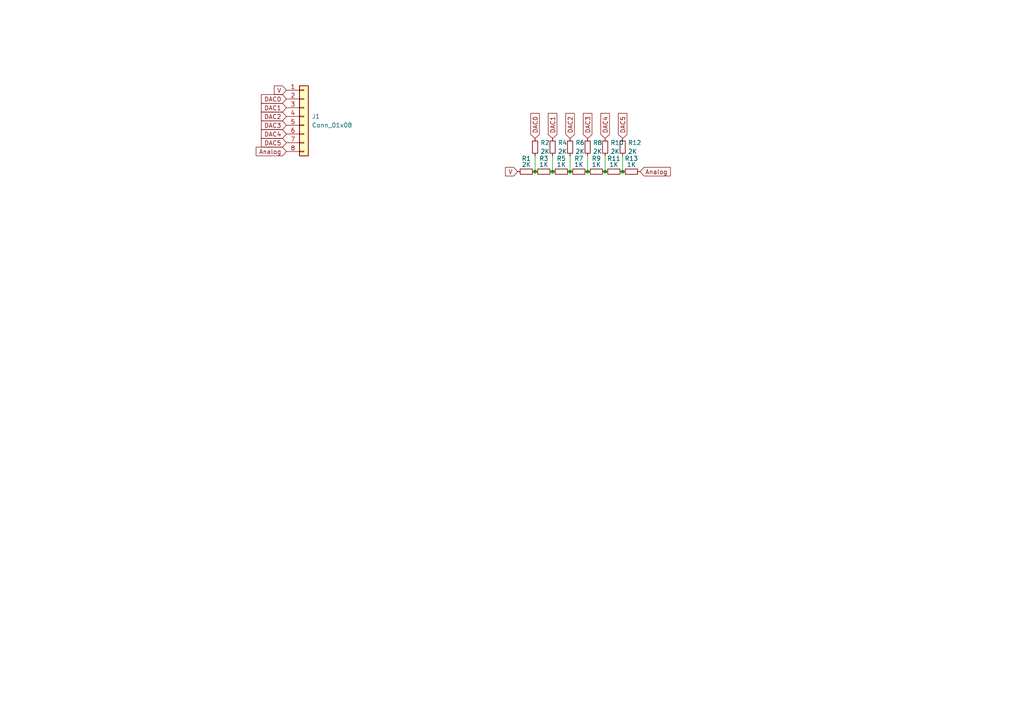
<source format=kicad_sch>
(kicad_sch (version 20230121) (generator eeschema)
  (paper "A4")
  (lib_symbols
    (symbol "Connector_Generic:Conn_01x08" (pin_names (offset 1.016) hide)
      (property "Reference" "J" (at 0 10.16 0))
      (property "Value" "Conn_01x08" (at 0 -12.7 0))
      (symbol "Conn_01x08_1_1"
        (rectangle (start -1.27 -10.033) (end 0 -10.287) (stroke (width 0.1524)))
        (rectangle (start -1.27 -7.493) (end 0 -7.747) (stroke (width 0.1524)))
        (rectangle (start -1.27 -4.953) (end 0 -5.207) (stroke (width 0.1524)))
        (rectangle (start -1.27 -2.413) (end 0 -2.667) (stroke (width 0.1524)))
        (rectangle (start -1.27 0.127) (end 0 -0.127) (stroke (width 0.1524)))
        (rectangle (start -1.27 2.667) (end 0 2.413) (stroke (width 0.1524)))
        (rectangle (start -1.27 5.207) (end 0 4.953) (stroke (width 0.1524)))
        (rectangle (start -1.27 7.747) (end 0 7.493) (stroke (width 0.1524)))
        (rectangle (start -1.27 8.89) (end 1.27 -11.43) (stroke (width 0.254)) (fill (type background)))
        (pin passive line (at -5.08 7.62 0) (length 3.81) (name "Pin_1") (number "1"))
        (pin passive line (at -5.08 5.08 0) (length 3.81) (name "Pin_2") (number "2"))
        (pin passive line (at -5.08 2.54 0) (length 3.81) (name "Pin_3") (number "3"))
        (pin passive line (at -5.08 0 0) (length 3.81) (name "Pin_4") (number "4"))
        (pin passive line (at -5.08 -2.54 0) (length 3.81) (name "Pin_5") (number "5"))
        (pin passive line (at -5.08 -5.08 0) (length 3.81) (name "Pin_6") (number "6"))
        (pin passive line (at -5.08 -7.62 0) (length 3.81) (name "Pin_7") (number "7"))
        (pin passive line (at -5.08 -10.16 0) (length 3.81) (name "Pin_8") (number "8"))
      )
    )
    (symbol "Device:R_Small" (pin_numbers hide) (pin_names (offset 0.254) hide)
      (property "Reference" "R" (at 0.762 0.508 0))
      (property "Value" "R_Small" (at 0.762 -1.016 0))
      (symbol "R_Small_0_1"
        (rectangle (start -0.762 1.778) (end 0.762 -1.778) (stroke (width 0.2032)))
      )
      (symbol "R_Small_1_1"
        (pin passive line (at 0 2.54 270) (length 0.762) (name "~") (number "1"))
        (pin passive line (at 0 -2.54 90) (length 0.762) (name "~") (number "2"))
      )
    )
  )
  (junction (at 165.354 49.784))
  (junction (at 155.194 49.784))
  (junction (at 180.594 49.784))
  (junction (at 175.514 49.784))
  (junction (at 170.434 49.784))
  (junction (at 160.274 49.784))
  (wire (pts (xy 165.354 45.212) (xy 165.354 49.784)))
  (wire (pts (xy 160.274 45.212) (xy 160.274 49.784)))
  (wire (pts (xy 180.594 45.212) (xy 180.594 49.784)))
  (wire (pts (xy 155.194 45.212) (xy 155.194 49.784)))
  (wire (pts (xy 175.514 45.212) (xy 175.514 49.784)))
  (wire (pts (xy 170.434 45.212) (xy 170.434 49.784)))
  (global_label "Analog" (shape input) (at 185.674 49.784 0) (property "Intersheetrefs" "${INTERSHEET_REFS}" (effects hide)))
  (global_label "DAC2" (shape input) (at 165.354 40.132 90) (property "Intersheetrefs" "${INTERSHEET_REFS}" (effects hide)))
  (global_label "Analog" (shape input) (at 83.058 43.942 180) (property "Intersheetrefs" "${INTERSHEET_REFS}" (effects hide)))
  (global_label "DAC2" (shape input) (at 83.058 33.782 180) (property "Intersheetrefs" "${INTERSHEET_REFS}" (effects hide)))
  (global_label "DAC0" (shape input) (at 155.194 40.132 90) (property "Intersheetrefs" "${INTERSHEET_REFS}" (effects hide)))
  (global_label "DAC3" (shape input) (at 170.434 40.132 90) (property "Intersheetrefs" "${INTERSHEET_REFS}" (effects hide)))
  (global_label "DAC5" (shape input) (at 83.058 41.402 180) (property "Intersheetrefs" "${INTERSHEET_REFS}" (effects hide)))
  (global_label "DAC4" (shape input) (at 175.514 40.132 90) (property "Intersheetrefs" "${INTERSHEET_REFS}" (effects hide)))
  (global_label "DAC4" (shape input) (at 83.058 38.862 180) (property "Intersheetrefs" "${INTERSHEET_REFS}" (effects hide)))
  (global_label "DAC1" (shape input) (at 160.274 40.132 90) (property "Intersheetrefs" "${INTERSHEET_REFS}" (effects hide)))
  (global_label "DAC1" (shape input) (at 83.058 31.242 180) (property "Intersheetrefs" "${INTERSHEET_REFS}" (effects hide)))
  (global_label "DAC5" (shape input) (at 180.594 40.132 90) (property "Intersheetrefs" "${INTERSHEET_REFS}" (effects hide)))
  (global_label "DAC3" (shape input) (at 83.058 36.322 180) (property "Intersheetrefs" "${INTERSHEET_REFS}" (effects hide)))
  (global_label "DAC0" (shape input) (at 83.058 28.702 180) (property "Intersheetrefs" "${INTERSHEET_REFS}" (effects hide)))
  (global_label "V" (shape input) (at 83.058 26.162 180) (property "Intersheetrefs" "${INTERSHEET_REFS}" (effects hide)))
  (global_label "V" (shape input) (at 150.114 49.784 180) (property "Intersheetrefs" "${INTERSHEET_REFS}" (effects hide)))
  (symbol (lib_id "Device:R_Small") (at 175.514 42.672 180) (unit 1)
    (property "Reference" "R10" (at 177.038 41.402 0) (effects (justify right)))
    (property "Value" "2K" (at 177.038 43.942 0) (effects (justify right)))
    (property "Footprint" "Resistor_SMD:R_0805_2012Metric_Pad1.20x1.40mm_HandSolder" (effects hide))
  )
  (symbol (lib_id "Device:R_Small") (at 165.354 42.672 180) (unit 1)
    (property "Reference" "R6" (at 166.878 41.402 0) (effects (justify right)))
    (property "Value" "2K" (at 166.878 43.942 0) (effects (justify right)))
    (property "Footprint" "Resistor_SMD:R_0805_2012Metric_Pad1.20x1.40mm_HandSolder" (effects hide))
  )
  (symbol (lib_id "Device:R_Small") (at 180.594 42.672 180) (unit 1)
    (property "Reference" "R12" (at 182.118 41.402 0) (effects (justify right)))
    (property "Value" "2K" (at 182.118 43.942 0) (effects (justify right)))
    (property "Footprint" "Resistor_SMD:R_0805_2012Metric_Pad1.20x1.40mm_HandSolder" (effects hide))
  )
  (symbol (lib_id "Connector_Generic:Conn_01x08") (at 88.138 33.782 0) (unit 1)
    (property "Reference" "J1" (at 90.424 33.782 0) (effects (justify left)))
    (property "Value" "Conn_01x08" (at 90.424 36.322 0) (effects (justify left)))
    (property "Footprint" "Connector_PinHeader_2.54mm:PinHeader_1x08_P2.54mm_Horizontal" (effects hide))
  )
  (symbol (lib_id "Device:R_Small") (at 167.894 49.784 90) (unit 1)
    (property "Reference" "R7" (at 167.894 45.974 90))
    (property "Value" "1K" (at 167.894 47.752 90))
    (property "Footprint" "Resistor_SMD:R_0805_2012Metric_Pad1.20x1.40mm_HandSolder" (effects hide))
  )
  (symbol (lib_id "Device:R_Small") (at 172.974 49.784 90) (unit 1)
    (property "Reference" "R9" (at 172.974 45.974 90))
    (property "Value" "1K" (at 172.974 47.752 90))
    (property "Footprint" "Resistor_SMD:R_0805_2012Metric_Pad1.20x1.40mm_HandSolder" (effects hide))
  )
  (symbol (lib_id "Device:R_Small") (at 155.194 42.672 180) (unit 1)
    (property "Reference" "R2" (at 156.718 41.402 0) (effects (justify right)))
    (property "Value" "2K" (at 156.718 43.942 0) (effects (justify right)))
    (property "Footprint" "Resistor_SMD:R_0805_2012Metric_Pad1.20x1.40mm_HandSolder" (effects hide))
  )
  (symbol (lib_id "Device:R_Small") (at 170.434 42.672 180) (unit 1)
    (property "Reference" "R8" (at 171.958 41.402 0) (effects (justify right)))
    (property "Value" "2K" (at 171.958 43.942 0) (effects (justify right)))
    (property "Footprint" "Resistor_SMD:R_0805_2012Metric_Pad1.20x1.40mm_HandSolder" (effects hide))
  )
  (symbol (lib_id "Device:R_Small") (at 160.274 42.672 180) (unit 1)
    (property "Reference" "R4" (at 161.798 41.402 0) (effects (justify right)))
    (property "Value" "2K" (at 161.798 43.942 0) (effects (justify right)))
    (property "Footprint" "Resistor_SMD:R_0805_2012Metric_Pad1.20x1.40mm_HandSolder" (effects hide))
  )
  (symbol (lib_id "Device:R_Small") (at 157.734 49.784 90) (unit 1)
    (property "Reference" "R3" (at 157.734 45.974 90))
    (property "Value" "1K" (at 157.734 47.752 90))
    (property "Footprint" "Resistor_SMD:R_0805_2012Metric_Pad1.20x1.40mm_HandSolder" (effects hide))
  )
  (symbol (lib_id "Device:R_Small") (at 183.134 49.784 90) (unit 1)
    (property "Reference" "R13" (at 183.134 45.974 90))
    (property "Value" "1K" (at 183.134 47.752 90))
    (property "Footprint" "Resistor_SMD:R_0805_2012Metric_Pad1.20x1.40mm_HandSolder" (effects hide))
  )
  (symbol (lib_id "Device:R_Small") (at 162.814 49.784 90) (unit 1)
    (property "Reference" "R5" (at 162.814 45.974 90))
    (property "Value" "1K" (at 162.814 47.752 90))
    (property "Footprint" "Resistor_SMD:R_0805_2012Metric_Pad1.20x1.40mm_HandSolder" (effects hide))
  )
  (symbol (lib_id "Device:R_Small") (at 152.654 49.784 90) (unit 1)
    (property "Reference" "R1" (at 152.654 45.974 90))
    (property "Value" "2K" (at 152.654 47.752 90))
    (property "Footprint" "Resistor_SMD:R_0805_2012Metric_Pad1.20x1.40mm_HandSolder" (effects hide))
  )
  (symbol (lib_id "Device:R_Small") (at 178.054 49.784 90) (unit 1)
    (property "Reference" "R11" (at 178.054 45.974 90))
    (property "Value" "1K" (at 178.054 47.752 90))
    (property "Footprint" "Resistor_SMD:R_0805_2012Metric_Pad1.20x1.40mm_HandSolder" (effects hide))
  )
)
</source>
